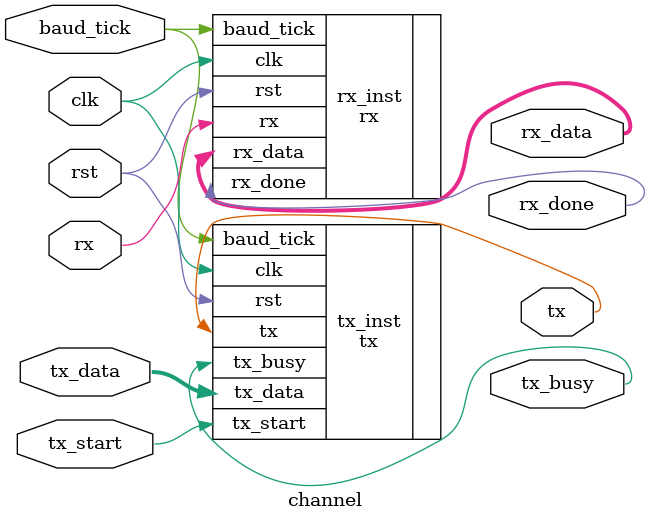
<source format=sv>
`include "tx.sv"
`include "rx.sv"
module channel (
    input  wire clk,
    input  wire rst,
    input  wire baud_tick,

    input  wire rx,
    input  wire tx_start,
    input  wire [7:0] tx_data,

    output wire tx,
    output wire [7:0] rx_data,
    output wire rx_done,
    output wire tx_busy
);

    tx tx_inst (
        .clk(clk),
        .rst(rst),
        .baud_tick(baud_tick),
        .tx_start(tx_start),
        .tx_data(tx_data),
        .tx(tx),
        .tx_busy(tx_busy)
    );

    rx rx_inst (
        .clk(clk),
        .rst(rst),
        .baud_tick(baud_tick),
        .rx(rx),
        .rx_data(rx_data),
        .rx_done(rx_done)
    );

endmodule

</source>
